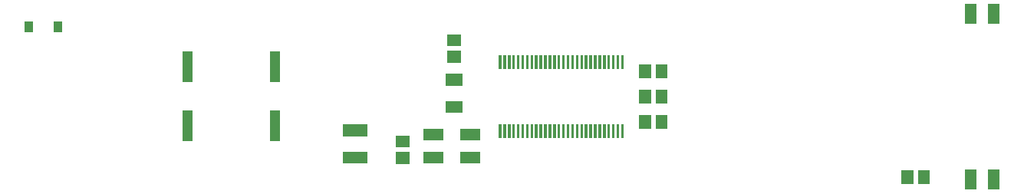
<source format=gbr>
G04 start of page 8 for group -4015 idx -4015 *
G04 Title: (unknown), toppaste *
G04 Creator: pcb 20110918 *
G04 CreationDate: Sat 02 Feb 2013 07:54:47 PM GMT UTC *
G04 For: petersen *
G04 Format: Gerber/RS-274X *
G04 PCB-Dimensions: 525000 170000 *
G04 PCB-Coordinate-Origin: lower left *
%MOIN*%
%FSLAX25Y25*%
%LNTOPPASTE*%
%ADD86R,0.0116X0.0116*%
%ADD85R,0.0430X0.0430*%
%ADD84R,0.0360X0.0360*%
%ADD83R,0.0512X0.0512*%
%ADD82R,0.0490X0.0490*%
G54D82*X197700Y68500D02*X201300D01*
X197700Y58500D02*X201300D01*
G54D83*X185607Y65543D02*X186393D01*
X185607Y58457D02*X186393D01*
X207319Y80595D02*X209681D01*
X207319Y92405D02*X209681D01*
X208107Y102457D02*X208893D01*
X208107Y109543D02*X208893D01*
G54D82*X213700Y68500D02*X217300D01*
X213700Y58500D02*X217300D01*
G54D84*X36400Y116100D02*Y114900D01*
X23500Y116100D02*Y114900D01*
G54D85*X92500Y102500D02*Y93500D01*
Y77000D02*Y67900D01*
G54D82*X443000Y50800D02*Y47200D01*
X433000Y50800D02*Y47200D01*
G54D85*X130500Y102500D02*Y93500D01*
Y77000D02*Y67900D01*
G54D83*X162745Y70405D02*X168255D01*
X162745Y58595D02*X168255D01*
G54D82*X443000Y122800D02*Y119200D01*
X433000Y122800D02*Y119200D01*
G54D83*X291457Y96393D02*Y95607D01*
X298543Y96393D02*Y95607D01*
X291457Y85393D02*Y84607D01*
X298543Y85393D02*Y84607D01*
G54D86*X228426Y72402D02*Y67678D01*
X230394Y72402D02*Y67678D01*
X232363Y72402D02*Y67678D01*
X234331Y72402D02*Y67678D01*
X236300Y72402D02*Y67678D01*
X238268Y72402D02*Y67678D01*
X240237Y72402D02*Y67678D01*
X242205Y72402D02*Y67678D01*
X244174Y72402D02*Y67678D01*
X246142Y72402D02*Y67678D01*
X248111Y72402D02*Y67678D01*
X250079Y72402D02*Y67678D01*
X252048Y72402D02*Y67678D01*
X254016Y72402D02*Y67678D01*
X255984Y72402D02*Y67678D01*
X257952Y72402D02*Y67678D01*
X259921Y72402D02*Y67678D01*
X261889Y72402D02*Y67678D01*
X263858Y72402D02*Y67678D01*
X265826Y72402D02*Y67678D01*
X267795Y72402D02*Y67678D01*
X269763Y72402D02*Y67678D01*
X271732Y72402D02*Y67678D01*
X273700Y72402D02*Y67678D01*
X275669Y72402D02*Y67678D01*
X277637Y72402D02*Y67678D01*
X279606Y72402D02*Y67678D01*
X281574Y72402D02*Y67678D01*
Y102322D02*Y97598D01*
X279606Y102322D02*Y97598D01*
X277637Y102322D02*Y97598D01*
X275669Y102322D02*Y97598D01*
X273700Y102322D02*Y97598D01*
X271732Y102322D02*Y97598D01*
X269763Y102322D02*Y97598D01*
X267795Y102322D02*Y97598D01*
X265826Y102322D02*Y97598D01*
X263858Y102322D02*Y97598D01*
X261889Y102322D02*Y97598D01*
X259921Y102322D02*Y97598D01*
X257952Y102322D02*Y97598D01*
X255984Y102322D02*Y97598D01*
X254016Y102322D02*Y97598D01*
X252048Y102322D02*Y97598D01*
X250079Y102322D02*Y97598D01*
X248111Y102322D02*Y97598D01*
X246142Y102322D02*Y97598D01*
X244174Y102322D02*Y97598D01*
X242205Y102322D02*Y97598D01*
X240237Y102322D02*Y97598D01*
X238268Y102322D02*Y97598D01*
X236300Y102322D02*Y97598D01*
X234331Y102322D02*Y97598D01*
X232363Y102322D02*Y97598D01*
X230394Y102322D02*Y97598D01*
X228426Y102322D02*Y97598D01*
G54D83*X291457Y74393D02*Y73607D01*
X298543Y74393D02*Y73607D01*
X405457Y50393D02*Y49607D01*
X412543Y50393D02*Y49607D01*
M02*

</source>
